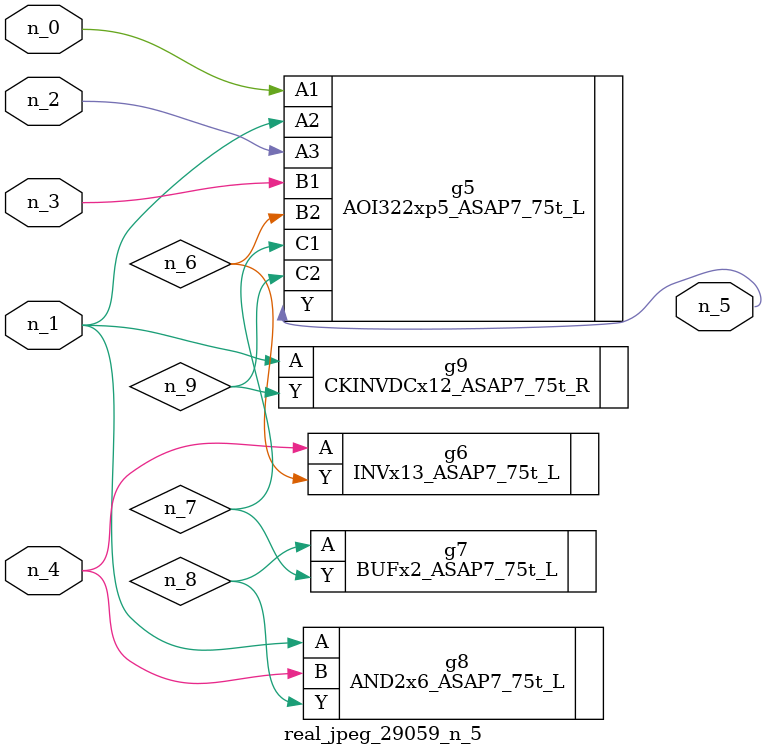
<source format=v>
module real_jpeg_29059_n_5 (n_4, n_0, n_1, n_2, n_3, n_5);

input n_4;
input n_0;
input n_1;
input n_2;
input n_3;

output n_5;

wire n_8;
wire n_6;
wire n_7;
wire n_9;

AOI322xp5_ASAP7_75t_L g5 ( 
.A1(n_0),
.A2(n_1),
.A3(n_2),
.B1(n_3),
.B2(n_6),
.C1(n_7),
.C2(n_9),
.Y(n_5)
);

AND2x6_ASAP7_75t_L g8 ( 
.A(n_1),
.B(n_4),
.Y(n_8)
);

CKINVDCx12_ASAP7_75t_R g9 ( 
.A(n_1),
.Y(n_9)
);

INVx13_ASAP7_75t_L g6 ( 
.A(n_4),
.Y(n_6)
);

BUFx2_ASAP7_75t_L g7 ( 
.A(n_8),
.Y(n_7)
);


endmodule
</source>
